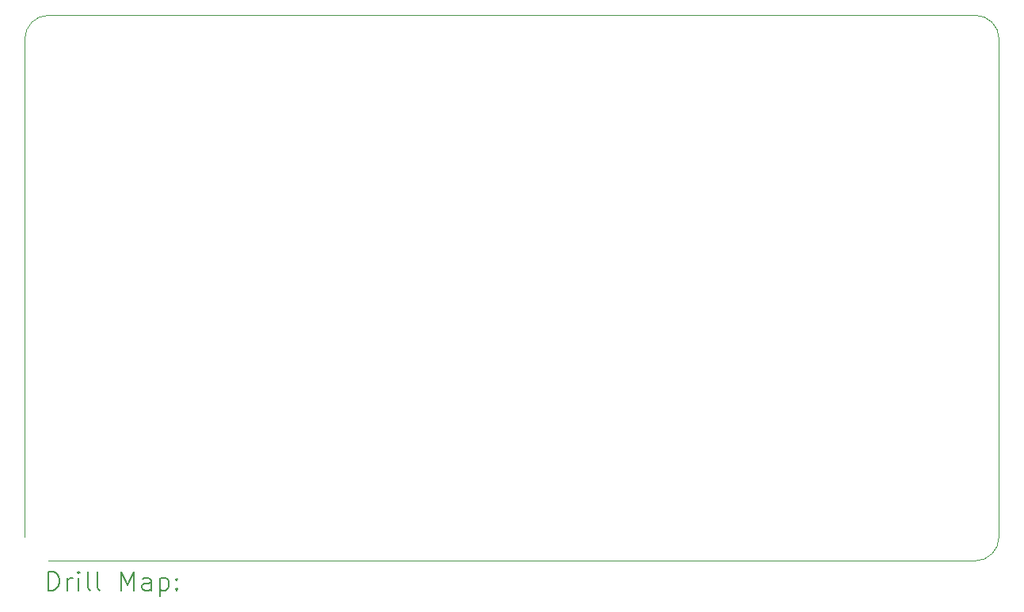
<source format=gbr>
%FSLAX45Y45*%
G04 Gerber Fmt 4.5, Leading zero omitted, Abs format (unit mm)*
G04 Created by KiCad (PCBNEW (6.0.5)) date 2022-05-30 13:32:22*
%MOMM*%
%LPD*%
G01*
G04 APERTURE LIST*
%TA.AperFunction,Profile*%
%ADD10C,0.050000*%
%TD*%
%TA.AperFunction,Profile*%
%ADD11C,0.100000*%
%TD*%
%ADD12C,0.200000*%
G04 APERTURE END LIST*
D10*
X3302000Y-5080000D02*
G75*
G03*
X3048000Y-5334000I0J-254000D01*
G01*
D11*
X13462000Y-10668000D02*
X13462000Y-5334000D01*
X13462000Y-5334000D02*
G75*
G03*
X13208000Y-5080000I-254000J0D01*
G01*
X3048000Y-10668000D02*
X3048000Y-5334000D01*
X13208000Y-10922000D02*
G75*
G03*
X13462000Y-10668000I0J254000D01*
G01*
X3302000Y-10922000D02*
X13208000Y-10922000D01*
X13208000Y-5080000D02*
X3302000Y-5080000D01*
D12*
X3300619Y-11237476D02*
X3300619Y-11037476D01*
X3348238Y-11037476D01*
X3376809Y-11047000D01*
X3395857Y-11066048D01*
X3405381Y-11085095D01*
X3414905Y-11123190D01*
X3414905Y-11151762D01*
X3405381Y-11189857D01*
X3395857Y-11208905D01*
X3376809Y-11227952D01*
X3348238Y-11237476D01*
X3300619Y-11237476D01*
X3500619Y-11237476D02*
X3500619Y-11104143D01*
X3500619Y-11142238D02*
X3510143Y-11123190D01*
X3519667Y-11113667D01*
X3538714Y-11104143D01*
X3557762Y-11104143D01*
X3624428Y-11237476D02*
X3624428Y-11104143D01*
X3624428Y-11037476D02*
X3614905Y-11047000D01*
X3624428Y-11056524D01*
X3633952Y-11047000D01*
X3624428Y-11037476D01*
X3624428Y-11056524D01*
X3748238Y-11237476D02*
X3729190Y-11227952D01*
X3719667Y-11208905D01*
X3719667Y-11037476D01*
X3853000Y-11237476D02*
X3833952Y-11227952D01*
X3824428Y-11208905D01*
X3824428Y-11037476D01*
X4081571Y-11237476D02*
X4081571Y-11037476D01*
X4148238Y-11180333D01*
X4214905Y-11037476D01*
X4214905Y-11237476D01*
X4395857Y-11237476D02*
X4395857Y-11132714D01*
X4386333Y-11113667D01*
X4367286Y-11104143D01*
X4329190Y-11104143D01*
X4310143Y-11113667D01*
X4395857Y-11227952D02*
X4376810Y-11237476D01*
X4329190Y-11237476D01*
X4310143Y-11227952D01*
X4300619Y-11208905D01*
X4300619Y-11189857D01*
X4310143Y-11170810D01*
X4329190Y-11161286D01*
X4376810Y-11161286D01*
X4395857Y-11151762D01*
X4491095Y-11104143D02*
X4491095Y-11304143D01*
X4491095Y-11113667D02*
X4510143Y-11104143D01*
X4548238Y-11104143D01*
X4567286Y-11113667D01*
X4576810Y-11123190D01*
X4586333Y-11142238D01*
X4586333Y-11199381D01*
X4576810Y-11218428D01*
X4567286Y-11227952D01*
X4548238Y-11237476D01*
X4510143Y-11237476D01*
X4491095Y-11227952D01*
X4672048Y-11218428D02*
X4681571Y-11227952D01*
X4672048Y-11237476D01*
X4662524Y-11227952D01*
X4672048Y-11218428D01*
X4672048Y-11237476D01*
X4672048Y-11113667D02*
X4681571Y-11123190D01*
X4672048Y-11132714D01*
X4662524Y-11123190D01*
X4672048Y-11113667D01*
X4672048Y-11132714D01*
M02*

</source>
